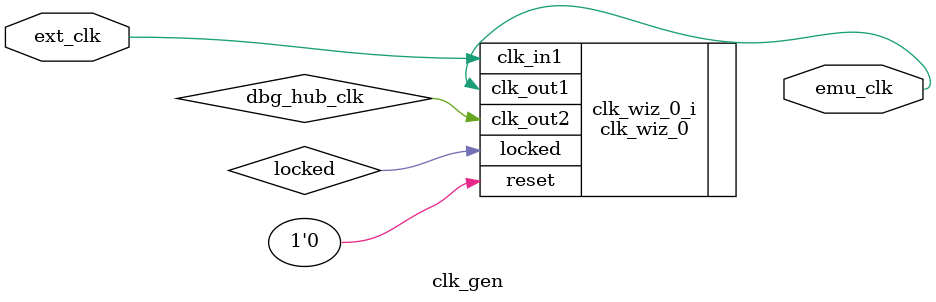
<source format=sv>
`timescale 1ns/1ps

`default_nettype none
module clk_gen(
	input wire logic ext_clk,
	output wire logic emu_clk
);

`ifdef SIMULATION_MODE_MSDSL
	// emulator clock sequence
	logic emu_clk_state = 1'b0;
	initial begin
		// since the reset signal is initially "1", this delay+posedge will
		// cause the MSDSL blocks to be reset
	    #((0.5*`DT_MSDSL)*1s);
	    emu_clk_state = 1'b1;

	    // clock runs forever
	    forever begin
	        #((0.5*`DT_MSDSL)*1s);
	        emu_clk_state = ~emu_clk_state;
	    end
	end

	// output assignment
	assign emu_clk = emu_clk_state;
`else
	logic dbg_hub_clk, locked;
	clk_wiz_0 clk_wiz_0_i(
		// input clock
		.clk_in1(ext_clk),
		// output clocks
		.clk_out1(emu_clk),
		.clk_out2(dbg_hub_clk),
		// other signals
		.reset(1'b0),
		.locked(locked)
	);
`endif // `ifdef SIMULATION_MODE_MSDSL

endmodule
`default_nettype wire
</source>
